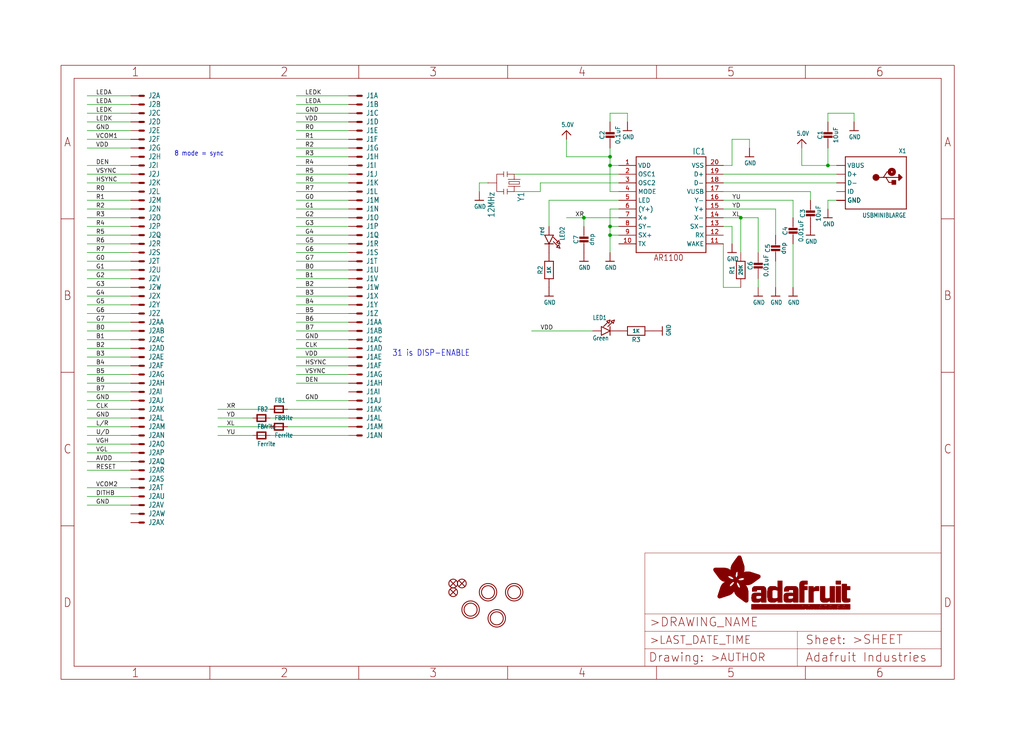
<source format=kicad_sch>
(kicad_sch (version 20211123) (generator eeschema)
  (paper "User" 298.45 217.881)
  (lib_symbols
    (symbol "eagleSchem-eagle-import:5.0V" (power)
      (property "Value" "5.0V" (at -1.524 1.016 0))
      (symbol "5.0V_1_0"
        (pin power_in line (at 0 -2.54 90) (length 2.54) (name "5.0V") (number "1"))
      )
    )
    (symbol "eagleSchem-eagle-import:AR1100_SSOP"
      (property "Reference" "IC" (at 10.16 15.24 0))
      (symbol "AR1100_SSOP_1_0"
        (text "AR1100" (at -5.08 -17.78 0) (effects (font (size 1.778 1.5113)) (justify left bottom)))
        (pin power_in line (at -15.24 10.16 0) (length 5.08) (name "VDD") (number "1"))
        (pin output line (at -15.24 -12.7 0) (length 5.08) (name "TX") (number "10"))
        (pin input line (at 15.24 -12.7 180) (length 5.08) (name "WAKE") (number "11"))
        (pin input line (at 15.24 -10.16 180) (length 5.08) (name "RX") (number "12"))
        (pin bidirectional line (at 15.24 -7.62 180) (length 5.08) (name "SX-") (number "13"))
        (pin bidirectional line (at 15.24 -5.08 180) (length 5.08) (name "X-") (number "14"))
        (pin bidirectional line (at 15.24 -2.54 180) (length 5.08) (name "Y+") (number "15"))
        (pin bidirectional line (at 15.24 0 180) (length 5.08) (name "Y-") (number "16"))
        (pin power_in line (at 15.24 2.54 180) (length 5.08) (name "VUSB") (number "17"))
        (pin bidirectional line (at 15.24 5.08 180) (length 5.08) (name "D-") (number "18"))
        (pin bidirectional line (at 15.24 7.62 180) (length 5.08) (name "D+") (number "19"))
        (pin passive line (at -15.24 7.62 0) (length 5.08) (name "OSC1") (number "2"))
        (pin power_in line (at 15.24 10.16 180) (length 5.08) (name "VSS") (number "20"))
        (pin passive line (at -15.24 5.08 0) (length 5.08) (name "OSC2") (number "3"))
        (pin input line (at -15.24 2.54 0) (length 5.08) (name "MODE") (number "4"))
        (pin output line (at -15.24 0 0) (length 5.08) (name "LED") (number "5"))
        (pin bidirectional line (at -15.24 -2.54 0) (length 5.08) (name "(Y+)") (number "6"))
        (pin bidirectional line (at -15.24 -5.08 0) (length 5.08) (name "X+") (number "7"))
        (pin bidirectional line (at -15.24 -7.62 0) (length 5.08) (name "SY-") (number "8"))
        (pin bidirectional line (at -15.24 -10.16 0) (length 5.08) (name "SX+") (number "9"))
      )
    )
    (symbol "eagleSchem-eagle-import:CAP_CERAMIC_0805MP"
      (property "Reference" "C" (at -2.29 1.25 90))
      (property "Value" "CAP_CERAMIC_0805MP" (at 2.3 1.25 90))
      (symbol "CAP_CERAMIC_0805MP_1_0"
        (pin passive line (at 0 5.08 270) (length 2.54) (name "1") (number "1"))
        (pin passive line (at 0 -2.54 90) (length 2.54) (name "2") (number "2"))
      )
    )
    (symbol "eagleSchem-eagle-import:FERRITE_0805"
      (property "Reference" "FB" (at -1.27 1.905 0))
      (property "Value" "FERRITE_0805" (at -1.27 -3.175 0))
      (symbol "FERRITE_0805_1_0"
        (pin passive line (at -2.54 0 0) (length 2.54) (name "P$1") (number "1"))
        (pin passive line (at 2.54 0 180) (length 2.54) (name "P$2") (number "2"))
      )
    )
    (symbol "eagleSchem-eagle-import:FIDUCIAL{dblquote}{dblquote}")
    (symbol "eagleSchem-eagle-import:FRAME_A4_ADAFRUIT"
      (symbol "FRAME_A4_ADAFRUIT_1_0"
        (text "1" (at 21.6958 1.905 0) (effects (font (size 2.54 2.286))))
        (text "1" (at 21.6958 177.165 0) (effects (font (size 2.54 2.286))))
        (text "2" (at 65.0875 1.905 0) (effects (font (size 2.54 2.286))))
        (text "2" (at 65.0875 177.165 0) (effects (font (size 2.54 2.286))))
        (text "3" (at 108.4792 1.905 0) (effects (font (size 2.54 2.286))))
        (text "3" (at 108.4792 177.165 0) (effects (font (size 2.54 2.286))))
        (text "4" (at 151.8708 1.905 0) (effects (font (size 2.54 2.286))))
        (text "4" (at 151.8708 177.165 0) (effects (font (size 2.54 2.286))))
        (text "5" (at 195.2625 1.905 0) (effects (font (size 2.54 2.286))))
        (text "5" (at 195.2625 177.165 0) (effects (font (size 2.54 2.286))))
        (text "6" (at 238.6542 1.905 0) (effects (font (size 2.54 2.286))))
        (text "6" (at 238.6542 177.165 0) (effects (font (size 2.54 2.286))))
        (text ">AUTHOR" (at 189.23 5.08 0) (effects (font (size 2.286 2.286)) (justify left bottom)))
        (text ">DRAWING_NAME" (at 171.45 15.24 0) (effects (font (size 2.54 2.54)) (justify left bottom)))
        (text ">LAST_DATE_TIME" (at 171.45 10.16 0) (effects (font (size 2.286 2.286)) (justify left bottom)))
        (text ">SHEET" (at 230.505 10.16 0) (effects (font (size 2.54 2.54)) (justify left bottom)))
        (text "A" (at 1.905 156.6863 0) (effects (font (size 2.54 2.286))))
        (text "A" (at 258.445 156.6863 0) (effects (font (size 2.54 2.286))))
        (text "Adafruit Industries" (at 216.916 4.953 0) (effects (font (size 2.54 2.54)) (justify left bottom)))
        (text "B" (at 1.905 111.9188 0) (effects (font (size 2.54 2.286))))
        (text "B" (at 258.445 111.9188 0) (effects (font (size 2.54 2.286))))
        (text "C" (at 1.905 67.1513 0) (effects (font (size 2.54 2.286))))
        (text "C" (at 258.445 67.1513 0) (effects (font (size 2.54 2.286))))
        (text "D" (at 1.905 22.3838 0) (effects (font (size 2.54 2.286))))
        (text "D" (at 258.445 22.3838 0) (effects (font (size 2.54 2.286))))
        (text "Drawing:" (at 171.196 4.953 0) (effects (font (size 2.54 2.54)) (justify left bottom)))
        (text "Sheet:" (at 216.916 10.033 0) (effects (font (size 2.54 2.54)) (justify left bottom)))
      )
    )
    (symbol "eagleSchem-eagle-import:GND" (power)
      (property "Value" "GND" (at -1.524 -2.54 0))
      (symbol "GND_1_0"
        (pin power_in line (at 0 2.54 270) (length 2.54) (name "GND") (number "1"))
      )
    )
    (symbol "eagleSchem-eagle-import:LED0805_NOOUTLINE"
      (property "Reference" "LED" (at -5.08 3.175 0))
      (property "Value" "LED0805_NOOUTLINE" (at -5.08 -2.794 0))
      (symbol "LED0805_NOOUTLINE_1_0"
        (pin passive line (at -5.08 0 0) (length 2.54) (name "A") (number "A"))
        (pin passive line (at 2.54 0 180) (length 2.54) (name "C") (number "C"))
      )
    )
    (symbol "eagleSchem-eagle-import:MOUNTINGHOLE2.5")
    (symbol "eagleSchem-eagle-import:RESISTOR_0805MP"
      (property "Reference" "R" (at 0 2.54 0))
      (property "Value" "RESISTOR_0805MP" (at 0 0 0))
      (symbol "RESISTOR_0805MP_1_0"
        (pin passive line (at -5.08 0 0) (length 2.54) (name "1") (number "1"))
        (pin passive line (at 5.08 0 180) (length 2.54) (name "2") (number "2"))
      )
    )
    (symbol "eagleSchem-eagle-import:RESONATORSMD"
      (property "Reference" "Y" (at 2.54 1.016 0))
      (property "Value" "RESONATORSMD" (at 2.54 -7.62 0))
      (symbol "RESONATORSMD_1_0"
        (pin passive line (at -2.54 0 0) (length 0) (name "1") (number "1"))
        (pin passive line (at 0 -7.62 90) (length 0) (name "2") (number "2"))
        (pin passive line (at 2.54 0 180) (length 0) (name "3") (number "3"))
      )
    )
    (symbol "eagleSchem-eagle-import:USBMINIBLARGE"
      (property "Reference" "X" (at -10.16 8.636 0))
      (property "Value" "USBMINIBLARGE" (at -10.16 -10.16 0))
      (symbol "USBMINIBLARGE_1_0"
        (pin bidirectional line (at 10.16 2.54 180) (length 2.54) (name "D+") (number "D+"))
        (pin bidirectional line (at 10.16 0 180) (length 2.54) (name "D-") (number "D-"))
        (pin power_in line (at 10.16 -5.08 180) (length 2.54) (name "GND") (number "GND"))
        (pin power_in line (at 10.16 -5.08 180) (length 2.54) (name "GND") (number "GND1"))
        (pin power_in line (at 10.16 -5.08 180) (length 2.54) (name "GND") (number "GND2"))
        (pin power_in line (at 10.16 -5.08 180) (length 2.54) (name "GND") (number "GND3"))
        (pin power_in line (at 10.16 -5.08 180) (length 2.54) (name "GND") (number "GND4"))
        (pin bidirectional line (at 10.16 -2.54 180) (length 2.54) (name "ID") (number "ID"))
        (pin power_in line (at 10.16 5.08 180) (length 2.54) (name "VBUS") (number "VBUS"))
      )
    )
    (symbol "eagleSchem-eagle-import:XF2-40?-RARBT"
      (property "Reference" "J" (at 2.54 -0.762 0))
      (symbol "XF2-40?-RARBT_1_0"
        (pin passive line (at -2.54 0 0) (length 2.54) (name "MSV") (number "1"))
      )
      (symbol "XF2-40?-RARBT_2_0"
        (pin passive line (at -2.54 0 0) (length 2.54) (name "MS") (number "2"))
      )
      (symbol "XF2-40?-RARBT_3_0"
        (pin passive line (at -2.54 0 0) (length 2.54) (name "MS") (number "3"))
      )
      (symbol "XF2-40?-RARBT_4_0"
        (pin passive line (at -2.54 0 0) (length 2.54) (name "MS") (number "4"))
      )
      (symbol "XF2-40?-RARBT_5_0"
        (pin passive line (at -2.54 0 0) (length 2.54) (name "MS") (number "5"))
      )
      (symbol "XF2-40?-RARBT_6_0"
        (pin passive line (at -2.54 0 0) (length 2.54) (name "MS") (number "6"))
      )
      (symbol "XF2-40?-RARBT_7_0"
        (pin passive line (at -2.54 0 0) (length 2.54) (name "MS") (number "7"))
      )
      (symbol "XF2-40?-RARBT_8_0"
        (pin passive line (at -2.54 0 0) (length 2.54) (name "MS") (number "8"))
      )
      (symbol "XF2-40?-RARBT_9_0"
        (pin passive line (at -2.54 0 0) (length 2.54) (name "MS") (number "9"))
      )
      (symbol "XF2-40?-RARBT_10_0"
        (pin passive line (at -2.54 0 0) (length 2.54) (name "MS") (number "10"))
      )
      (symbol "XF2-40?-RARBT_11_0"
        (pin passive line (at -2.54 0 0) (length 2.54) (name "MS") (number "11"))
      )
      (symbol "XF2-40?-RARBT_12_0"
        (pin passive line (at -2.54 0 0) (length 2.54) (name "MS") (number "12"))
      )
      (symbol "XF2-40?-RARBT_13_0"
        (pin passive line (at -2.54 0 0) (length 2.54) (name "MS") (number "13"))
      )
      (symbol "XF2-40?-RARBT_14_0"
        (pin passive line (at -2.54 0 0) (length 2.54) (name "MS") (number "14"))
      )
      (symbol "XF2-40?-RARBT_15_0"
        (pin passive line (at -2.54 0 0) (length 2.54) (name "MS") (number "15"))
      )
      (symbol "XF2-40?-RARBT_16_0"
        (pin passive line (at -2.54 0 0) (length 2.54) (name "MS") (number "16"))
      )
      (symbol "XF2-40?-RARBT_17_0"
        (pin passive line (at -2.54 0 0) (length 2.54) (name "MS") (number "17"))
      )
      (symbol "XF2-40?-RARBT_18_0"
        (pin passive line (at -2.54 0 0) (length 2.54) (name "MS") (number "18"))
      )
      (symbol "XF2-40?-RARBT_19_0"
        (pin passive line (at -2.54 0 0) (length 2.54) (name "MS") (number "19"))
      )
      (symbol "XF2-40?-RARBT_20_0"
        (pin passive line (at -2.54 0 0) (length 2.54) (name "MS") (number "20"))
      )
      (symbol "XF2-40?-RARBT_21_0"
        (pin passive line (at -2.54 0 0) (length 2.54) (name "MS") (number "21"))
      )
      (symbol "XF2-40?-RARBT_22_0"
        (pin passive line (at -2.54 0 0) (length 2.54) (name "MS") (number "22"))
      )
      (symbol "XF2-40?-RARBT_23_0"
        (pin passive line (at -2.54 0 0) (length 2.54) (name "MS") (number "23"))
      )
      (symbol "XF2-40?-RARBT_24_0"
        (pin passive line (at -2.54 0 0) (length 2.54) (name "MS") (number "24"))
      )
      (symbol "XF2-40?-RARBT_25_0"
        (pin passive line (at -2.54 0 0) (length 2.54) (name "MS") (number "25"))
      )
      (symbol "XF2-40?-RARBT_26_0"
        (pin passive line (at -2.54 0 0) (length 2.54) (name "MS") (number "26"))
      )
      (symbol "XF2-40?-RARBT_27_0"
        (pin passive line (at -2.54 0 0) (length 2.54) (name "MS") (number "27"))
      )
      (symbol "XF2-40?-RARBT_28_0"
        (pin passive line (at -2.54 0 0) (length 2.54) (name "MS") (number "28"))
      )
      (symbol "XF2-40?-RARBT_29_0"
        (pin passive line (at -2.54 0 0) (length 2.54) (name "MS") (number "29"))
      )
      (symbol "XF2-40?-RARBT_30_0"
        (pin passive line (at -2.54 0 0) (length 2.54) (name "MS") (number "30"))
      )
      (symbol "XF2-40?-RARBT_31_0"
        (pin passive line (at -2.54 0 0) (length 2.54) (name "MS") (number "31"))
      )
      (symbol "XF2-40?-RARBT_32_0"
        (pin passive line (at -2.54 0 0) (length 2.54) (name "MS") (number "32"))
      )
      (symbol "XF2-40?-RARBT_33_0"
        (pin passive line (at -2.54 0 0) (length 2.54) (name "MS") (number "33"))
      )
      (symbol "XF2-40?-RARBT_34_0"
        (pin passive line (at -2.54 0 0) (length 2.54) (name "MS") (number "34"))
      )
      (symbol "XF2-40?-RARBT_35_0"
        (pin passive line (at -2.54 0 0) (length 2.54) (name "MS") (number "35"))
      )
      (symbol "XF2-40?-RARBT_36_0"
        (pin passive line (at -2.54 0 0) (length 2.54) (name "MS") (number "36"))
      )
      (symbol "XF2-40?-RARBT_37_0"
        (pin passive line (at -2.54 0 0) (length 2.54) (name "MS") (number "37"))
      )
      (symbol "XF2-40?-RARBT_38_0"
        (pin passive line (at -2.54 0 0) (length 2.54) (name "MS") (number "38"))
      )
      (symbol "XF2-40?-RARBT_39_0"
        (pin passive line (at -2.54 0 0) (length 2.54) (name "MS") (number "39"))
      )
      (symbol "XF2-40?-RARBT_40_0"
        (pin passive line (at -2.54 0 0) (length 2.54) (name "MS") (number "40"))
      )
    )
    (symbol "eagleSchem-eagle-import:XF2-50?-REV"
      (property "Reference" "J" (at 2.54 -0.762 0))
      (symbol "XF2-50?-REV_1_0"
        (pin passive line (at -2.54 0 0) (length 2.54) (name "MSV") (number "1"))
      )
      (symbol "XF2-50?-REV_2_0"
        (pin passive line (at -2.54 0 0) (length 2.54) (name "MS") (number "2"))
      )
      (symbol "XF2-50?-REV_3_0"
        (pin passive line (at -2.54 0 0) (length 2.54) (name "MS") (number "3"))
      )
      (symbol "XF2-50?-REV_4_0"
        (pin passive line (at -2.54 0 0) (length 2.54) (name "MS") (number "4"))
      )
      (symbol "XF2-50?-REV_5_0"
        (pin passive line (at -2.54 0 0) (length 2.54) (name "MS") (number "5"))
      )
      (symbol "XF2-50?-REV_6_0"
        (pin passive line (at -2.54 0 0) (length 2.54) (name "MS") (number "6"))
      )
      (symbol "XF2-50?-REV_7_0"
        (pin passive line (at -2.54 0 0) (length 2.54) (name "MS") (number "7"))
      )
      (symbol "XF2-50?-REV_8_0"
        (pin passive line (at -2.54 0 0) (length 2.54) (name "MS") (number "8"))
      )
      (symbol "XF2-50?-REV_9_0"
        (pin passive line (at -2.54 0 0) (length 2.54) (name "MS") (number "9"))
      )
      (symbol "XF2-50?-REV_10_0"
        (pin passive line (at -2.54 0 0) (length 2.54) (name "MS") (number "10"))
      )
      (symbol "XF2-50?-REV_11_0"
        (pin passive line (at -2.54 0 0) (length 2.54) (name "MS") (number "11"))
      )
      (symbol "XF2-50?-REV_12_0"
        (pin passive line (at -2.54 0 0) (length 2.54) (name "MS") (number "12"))
      )
      (symbol "XF2-50?-REV_13_0"
        (pin passive line (at -2.54 0 0) (length 2.54) (name "MS") (number "13"))
      )
      (symbol "XF2-50?-REV_14_0"
        (pin passive line (at -2.54 0 0) (length 2.54) (name "MS") (number "14"))
      )
      (symbol "XF2-50?-REV_15_0"
        (pin passive line (at -2.54 0 0) (length 2.54) (name "MS") (number "15"))
      )
      (symbol "XF2-50?-REV_16_0"
        (pin passive line (at -2.54 0 0) (length 2.54) (name "MS") (number "16"))
      )
      (symbol "XF2-50?-REV_17_0"
        (pin passive line (at -2.54 0 0) (length 2.54) (name "MS") (number "17"))
      )
      (symbol "XF2-50?-REV_18_0"
        (pin passive line (at -2.54 0 0) (length 2.54) (name "MS") (number "18"))
      )
      (symbol "XF2-50?-REV_19_0"
        (pin passive line (at -2.54 0 0) (length 2.54) (name "MS") (number "19"))
      )
      (symbol "XF2-50?-REV_20_0"
        (pin passive line (at -2.54 0 0) (length 2.54) (name "MS") (number "20"))
      )
      (symbol "XF2-50?-REV_21_0"
        (pin passive line (at -2.54 0 0) (length 2.54) (name "MS") (number "21"))
      )
      (symbol "XF2-50?-REV_22_0"
        (pin passive line (at -2.54 0 0) (length 2.54) (name "MS") (number "22"))
      )
      (symbol "XF2-50?-REV_23_0"
        (pin passive line (at -2.54 0 0) (length 2.54) (name "MS") (number "23"))
      )
      (symbol "XF2-50?-REV_24_0"
        (pin passive line (at -2.54 0 0) (length 2.54) (name "MS") (number "24"))
      )
      (symbol "XF2-50?-REV_25_0"
        (pin passive line (at -2.54 0 0) (length 2.54) (name "MS") (number "25"))
      )
      (symbol "XF2-50?-REV_26_0"
        (pin passive line (at -2.54 0 0) (length 2.54) (name "MS") (number "26"))
      )
      (symbol "XF2-50?-REV_27_0"
        (pin passive line (at -2.54 0 0) (length 2.54) (name "MS") (number "27"))
      )
      (symbol "XF2-50?-REV_28_0"
        (pin passive line (at -2.54 0 0) (length 2.54) (name "MS") (number "28"))
      )
      (symbol "XF2-50?-REV_29_0"
        (pin passive line (at -2.54 0 0) (length 2.54) (name "MS") (number "29"))
      )
      (symbol "XF2-50?-REV_30_0"
        (pin passive line (at -2.54 0 0) (length 2.54) (name "MS") (number "30"))
      )
      (symbol "XF2-50?-REV_31_0"
        (pin passive line (at -2.54 0 0) (length 2.54) (name "MS") (number "31"))
      )
      (symbol "XF2-50?-REV_32_0"
        (pin passive line (at -2.54 0 0) (length 2.54) (name "MS") (number "32"))
      )
      (symbol "XF2-50?-REV_33_0"
        (pin passive line (at -2.54 0 0) (length 2.54) (name "MS") (number "33"))
      )
      (symbol "XF2-50?-REV_34_0"
        (pin passive line (at -2.54 0 0) (length 2.54) (name "MS") (number "34"))
      )
      (symbol "XF2-50?-REV_35_0"
        (pin passive line (at -2.54 0 0) (length 2.54) (name "MS") (number "35"))
      )
      (symbol "XF2-50?-REV_36_0"
        (pin passive line (at -2.54 0 0) (length 2.54) (name "MS") (number "36"))
      )
      (symbol "XF2-50?-REV_37_0"
        (pin passive line (at -2.54 0 0) (length 2.54) (name "MS") (number "37"))
      )
      (symbol "XF2-50?-REV_38_0"
        (pin passive line (at -2.54 0 0) (length 2.54) (name "MS") (number "38"))
      )
      (symbol "XF2-50?-REV_39_0"
        (pin passive line (at -2.54 0 0) (length 2.54) (name "MS") (number "39"))
      )
      (symbol "XF2-50?-REV_40_0"
        (pin passive line (at -2.54 0 0) (length 2.54) (name "MS") (number "40"))
      )
      (symbol "XF2-50?-REV_41_0"
        (pin passive line (at -2.54 0 0) (length 2.54) (name "MS") (number "41"))
      )
      (symbol "XF2-50?-REV_42_0"
        (pin passive line (at -2.54 0 0) (length 2.54) (name "MS") (number "42"))
      )
      (symbol "XF2-50?-REV_43_0"
        (pin passive line (at -2.54 0 0) (length 2.54) (name "MS") (number "43"))
      )
      (symbol "XF2-50?-REV_44_0"
        (pin passive line (at -2.54 0 0) (length 2.54) (name "MS") (number "44"))
      )
      (symbol "XF2-50?-REV_45_0"
        (pin passive line (at -2.54 0 0) (length 2.54) (name "MS") (number "45"))
      )
      (symbol "XF2-50?-REV_46_0"
        (pin passive line (at -2.54 0 0) (length 2.54) (name "MS") (number "46"))
      )
      (symbol "XF2-50?-REV_47_0"
        (pin passive line (at -2.54 0 0) (length 2.54) (name "MS") (number "47"))
      )
      (symbol "XF2-50?-REV_48_0"
        (pin passive line (at -2.54 0 0) (length 2.54) (name "MS") (number "48"))
      )
      (symbol "XF2-50?-REV_49_0"
        (pin passive line (at -2.54 0 0) (length 2.54) (name "MS") (number "49"))
      )
      (symbol "XF2-50?-REV_50_0"
        (pin passive line (at -2.54 0 0) (length 2.54) (name "MS") (number "50"))
      )
    )
  )
  (junction (at 215.9 63.5))
  (junction (at 170.18 63.5))
  (junction (at 177.8 45.72))
  (junction (at 241.3 48.26))
  (junction (at 177.8 48.26))
  (junction (at 177.8 66.04))
  (junction (at 177.8 68.58))
  (wire (pts (xy 241.3 35.56) (xy 241.3 33.02)))
  (wire (pts (xy 248.92 33.02) (xy 248.92 35.56)))
  (wire (pts (xy 101.6 66.04) (xy 86.36 66.04)))
  (wire (pts (xy 220.98 63.5) (xy 220.98 73.66)))
  (wire (pts (xy 25.4 30.48) (xy 38.1 30.48)))
  (wire (pts (xy 38.1 104.14) (xy 25.4 104.14)))
  (wire (pts (xy 226.06 60.96) (xy 226.06 68.58)))
  (wire (pts (xy 170.18 63.5) (xy 165.1 63.5)))
  (wire (pts (xy 180.34 63.5) (xy 170.18 63.5)))
  (wire (pts (xy 101.6 48.26) (xy 86.36 48.26)))
  (wire (pts (xy 241.3 48.26) (xy 241.3 43.18)))
  (wire (pts (xy 38.1 73.66) (xy 25.4 73.66)))
  (wire (pts (xy 101.6 111.76) (xy 86.36 111.76)))
  (wire (pts (xy 177.8 35.56) (xy 177.8 33.02)))
  (wire (pts (xy 101.6 27.94) (xy 86.36 27.94)))
  (wire (pts (xy 101.6 43.18) (xy 86.36 43.18)))
  (wire (pts (xy 213.36 40.64) (xy 218.44 40.64)))
  (wire (pts (xy 210.82 58.42) (xy 231.14 58.42)))
  (wire (pts (xy 218.44 40.64) (xy 218.44 43.18)))
  (wire (pts (xy 101.6 45.72) (xy 86.36 45.72)))
  (wire (pts (xy 180.34 50.8) (xy 149.86 50.8)))
  (wire (pts (xy 213.36 66.04) (xy 213.36 71.12)))
  (wire (pts (xy 101.6 81.28) (xy 86.36 81.28)))
  (wire (pts (xy 101.6 55.88) (xy 86.36 55.88)))
  (wire (pts (xy 101.6 76.2) (xy 86.36 76.2)))
  (wire (pts (xy 38.1 86.36) (xy 25.4 86.36)))
  (wire (pts (xy 180.34 66.04) (xy 177.8 66.04)))
  (wire (pts (xy 180.34 68.58) (xy 177.8 68.58)))
  (wire (pts (xy 241.3 48.26) (xy 233.68 48.26)))
  (wire (pts (xy 177.8 48.26) (xy 177.8 45.72)))
  (wire (pts (xy 101.6 40.64) (xy 86.36 40.64)))
  (wire (pts (xy 25.4 124.46) (xy 38.1 124.46)))
  (wire (pts (xy 101.6 58.42) (xy 86.36 58.42)))
  (wire (pts (xy 241.3 58.42) (xy 241.3 60.96)))
  (wire (pts (xy 101.6 53.34) (xy 86.36 53.34)))
  (wire (pts (xy 231.14 71.12) (xy 231.14 83.82)))
  (wire (pts (xy 38.1 66.04) (xy 25.4 66.04)))
  (wire (pts (xy 213.36 48.26) (xy 213.36 40.64)))
  (wire (pts (xy 157.48 55.88) (xy 149.86 55.88)))
  (wire (pts (xy 236.22 55.88) (xy 236.22 58.42)))
  (wire (pts (xy 38.1 116.84) (xy 25.4 116.84)))
  (wire (pts (xy 215.9 63.5) (xy 220.98 63.5)))
  (wire (pts (xy 78.74 124.46) (xy 63.5 124.46)))
  (wire (pts (xy 210.82 66.04) (xy 213.36 66.04)))
  (wire (pts (xy 170.18 63.5) (xy 170.18 66.04)))
  (wire (pts (xy 38.1 137.16) (xy 25.4 137.16)))
  (wire (pts (xy 38.1 55.88) (xy 25.4 55.88)))
  (wire (pts (xy 101.6 116.84) (xy 86.36 116.84)))
  (wire (pts (xy 25.4 50.8) (xy 38.1 50.8)))
  (wire (pts (xy 101.6 86.36) (xy 86.36 86.36)))
  (wire (pts (xy 38.1 111.76) (xy 25.4 111.76)))
  (wire (pts (xy 38.1 33.02) (xy 25.4 33.02)))
  (wire (pts (xy 142.24 53.34) (xy 139.7 53.34)))
  (wire (pts (xy 101.6 78.74) (xy 86.36 78.74)))
  (wire (pts (xy 172.72 96.52) (xy 154.94 96.52)))
  (wire (pts (xy 38.1 132.08) (xy 25.4 132.08)))
  (wire (pts (xy 101.6 83.82) (xy 86.36 83.82)))
  (wire (pts (xy 25.4 129.54) (xy 38.1 129.54)))
  (wire (pts (xy 101.6 30.48) (xy 86.36 30.48)))
  (wire (pts (xy 101.6 96.52) (xy 86.36 96.52)))
  (wire (pts (xy 101.6 60.96) (xy 86.36 60.96)))
  (wire (pts (xy 78.74 121.92) (xy 101.6 121.92)))
  (wire (pts (xy 38.1 96.52) (xy 25.4 96.52)))
  (wire (pts (xy 25.4 134.62) (xy 38.1 134.62)))
  (wire (pts (xy 243.84 53.34) (xy 210.82 53.34)))
  (wire (pts (xy 25.4 35.56) (xy 38.1 35.56)))
  (wire (pts (xy 101.6 101.6) (xy 86.36 101.6)))
  (wire (pts (xy 210.82 71.12) (xy 210.82 83.82)))
  (wire (pts (xy 38.1 68.58) (xy 25.4 68.58)))
  (wire (pts (xy 101.6 63.5) (xy 86.36 63.5)))
  (wire (pts (xy 38.1 142.24) (xy 25.4 142.24)))
  (wire (pts (xy 101.6 109.22) (xy 86.36 109.22)))
  (wire (pts (xy 83.82 124.46) (xy 101.6 124.46)))
  (wire (pts (xy 210.82 50.8) (xy 243.84 50.8)))
  (wire (pts (xy 165.1 45.72) (xy 165.1 40.64)))
  (wire (pts (xy 25.4 119.38) (xy 38.1 119.38)))
  (wire (pts (xy 38.1 27.94) (xy 25.4 27.94)))
  (wire (pts (xy 177.8 48.26) (xy 180.34 48.26)))
  (wire (pts (xy 38.1 53.34) (xy 25.4 53.34)))
  (wire (pts (xy 38.1 121.92) (xy 25.4 121.92)))
  (wire (pts (xy 38.1 60.96) (xy 25.4 60.96)))
  (wire (pts (xy 182.88 33.02) (xy 182.88 35.56)))
  (wire (pts (xy 101.6 106.68) (xy 86.36 106.68)))
  (wire (pts (xy 177.8 55.88) (xy 177.8 48.26)))
  (wire (pts (xy 241.3 33.02) (xy 248.92 33.02)))
  (wire (pts (xy 180.34 60.96) (xy 177.8 60.96)))
  (wire (pts (xy 101.6 33.02) (xy 86.36 33.02)))
  (wire (pts (xy 38.1 91.44) (xy 25.4 91.44)))
  (wire (pts (xy 101.6 68.58) (xy 86.36 68.58)))
  (wire (pts (xy 215.9 73.66) (xy 215.9 63.5)))
  (wire (pts (xy 210.82 83.82) (xy 215.9 83.82)))
  (wire (pts (xy 101.6 38.1) (xy 86.36 38.1)))
  (wire (pts (xy 101.6 35.56) (xy 86.36 35.56)))
  (wire (pts (xy 180.34 53.34) (xy 157.48 53.34)))
  (wire (pts (xy 73.66 127) (xy 63.5 127)))
  (wire (pts (xy 38.1 78.74) (xy 25.4 78.74)))
  (wire (pts (xy 38.1 88.9) (xy 25.4 88.9)))
  (wire (pts (xy 243.84 58.42) (xy 241.3 58.42)))
  (wire (pts (xy 25.4 40.64) (xy 38.1 40.64)))
  (wire (pts (xy 38.1 93.98) (xy 25.4 93.98)))
  (wire (pts (xy 180.34 58.42) (xy 160.02 58.42)))
  (wire (pts (xy 226.06 76.2) (xy 226.06 83.82)))
  (wire (pts (xy 38.1 38.1) (xy 25.4 38.1)))
  (wire (pts (xy 101.6 104.14) (xy 86.36 104.14)))
  (wire (pts (xy 38.1 71.12) (xy 25.4 71.12)))
  (wire (pts (xy 78.74 127) (xy 101.6 127)))
  (wire (pts (xy 139.7 53.34) (xy 139.7 55.88)))
  (wire (pts (xy 210.82 63.5) (xy 215.9 63.5)))
  (wire (pts (xy 101.6 99.06) (xy 86.36 99.06)))
  (wire (pts (xy 38.1 83.82) (xy 25.4 83.82)))
  (wire (pts (xy 38.1 106.68) (xy 25.4 106.68)))
  (wire (pts (xy 38.1 127) (xy 25.4 127)))
  (wire (pts (xy 231.14 58.42) (xy 231.14 63.5)))
  (wire (pts (xy 38.1 48.26) (xy 25.4 48.26)))
  (wire (pts (xy 25.4 144.78) (xy 38.1 144.78)))
  (wire (pts (xy 101.6 71.12) (xy 86.36 71.12)))
  (wire (pts (xy 38.1 63.5) (xy 25.4 63.5)))
  (wire (pts (xy 101.6 73.66) (xy 86.36 73.66)))
  (wire (pts (xy 38.1 101.6) (xy 25.4 101.6)))
  (wire (pts (xy 220.98 81.28) (xy 220.98 83.82)))
  (wire (pts (xy 233.68 48.26) (xy 233.68 43.18)))
  (wire (pts (xy 177.8 45.72) (xy 177.8 43.18)))
  (wire (pts (xy 180.34 55.88) (xy 177.8 55.88)))
  (wire (pts (xy 38.1 43.18) (xy 25.4 43.18)))
  (wire (pts (xy 38.1 114.3) (xy 25.4 114.3)))
  (wire (pts (xy 38.1 109.22) (xy 25.4 109.22)))
  (wire (pts (xy 38.1 58.42) (xy 25.4 58.42)))
  (wire (pts (xy 101.6 93.98) (xy 86.36 93.98)))
  (wire (pts (xy 157.48 53.34) (xy 157.48 55.88)))
  (wire (pts (xy 210.82 48.26) (xy 213.36 48.26)))
  (wire (pts (xy 210.82 55.88) (xy 236.22 55.88)))
  (wire (pts (xy 210.82 60.96) (xy 226.06 60.96)))
  (wire (pts (xy 101.6 91.44) (xy 86.36 91.44)))
  (wire (pts (xy 38.1 147.32) (xy 25.4 147.32)))
  (wire (pts (xy 101.6 88.9) (xy 86.36 88.9)))
  (wire (pts (xy 73.66 121.92) (xy 63.5 121.92)))
  (wire (pts (xy 38.1 81.28) (xy 25.4 81.28)))
  (wire (pts (xy 78.74 119.38) (xy 63.5 119.38)))
  (wire (pts (xy 177.8 60.96) (xy 177.8 66.04)))
  (wire (pts (xy 38.1 76.2) (xy 25.4 76.2)))
  (wire (pts (xy 38.1 99.06) (xy 25.4 99.06)))
  (wire (pts (xy 160.02 58.42) (xy 160.02 66.04)))
  (wire (pts (xy 177.8 68.58) (xy 177.8 73.66)))
  (wire (pts (xy 243.84 48.26) (xy 241.3 48.26)))
  (wire (pts (xy 101.6 50.8) (xy 86.36 50.8)))
  (wire (pts (xy 177.8 45.72) (xy 165.1 45.72)))
  (wire (pts (xy 177.8 66.04) (xy 177.8 68.58)))
  (wire (pts (xy 101.6 119.38) (xy 83.82 119.38)))
  (wire (pts (xy 177.8 33.02) (xy 182.88 33.02)))
  (text "8 mode = sync" (at 50.8 45.72 180) (effects (font (size 1.4224 1.209)) (justify left bottom)))
  (text "31 is DISP-ENABLE" (at 114.3 104.14 180) (effects (font (size 1.778 1.5113)) (justify left bottom)))
  (label "VCOM1" (at 27.94 40.64 0) (effects (font (size 1.2446 1.2446))))
  (label "G2" (at 88.9 63.5 0) (effects (font (size 1.2446 1.2446))))
  (label "R2" (at 88.9 43.18 0) (effects (font (size 1.2446 1.2446))))
  (label "L/R" (at 27.94 124.46 0) (effects (font (size 1.2446 1.2446))))
  (label "R3" (at 88.9 45.72 0) (effects (font (size 1.2446 1.2446))))
  (label "G7" (at 88.9 76.2 0) (effects (font (size 1.2446 1.2446))))
  (label "G5" (at 88.9 71.12 0) (effects (font (size 1.2446 1.2446))))
  (label "LEDK" (at 88.9 27.94 0) (effects (font (size 1.2446 1.2446))))
  (label "G6" (at 27.94 91.44 0) (effects (font (size 1.2446 1.2446))))
  (label "GND" (at 88.9 33.02 0) (effects (font (size 1.2446 1.2446))))
  (label "G5" (at 27.94 88.9 0) (effects (font (size 1.2446 1.2446))))
  (label "XR" (at 66.04 119.38 0) (effects (font (size 1.2446 1.2446))))
  (label "DEN" (at 27.94 48.26 0) (effects (font (size 1.2446 1.2446))))
  (label "YD" (at 66.04 121.92 0) (effects (font (size 1.2446 1.2446))))
  (label "B5" (at 88.9 91.44 0) (effects (font (size 1.2446 1.2446))))
  (label "R1" (at 88.9 40.64 0) (effects (font (size 1.2446 1.2446))))
  (label "B2" (at 88.9 83.82 0) (effects (font (size 1.2446 1.2446))))
  (label "R6" (at 27.94 71.12 0) (effects (font (size 1.2446 1.2446))))
  (label "G1" (at 88.9 60.96 0) (effects (font (size 1.2446 1.2446))))
  (label "LEDA" (at 88.9 30.48 0) (effects (font (size 1.2446 1.2446))))
  (label "GND" (at 88.9 116.84 0) (effects (font (size 1.2446 1.2446))))
  (label "LEDA" (at 27.94 30.48 0) (effects (font (size 1.2446 1.2446))))
  (label "VGH" (at 27.94 129.54 0) (effects (font (size 1.2446 1.2446))))
  (label "R5" (at 27.94 68.58 0) (effects (font (size 1.2446 1.2446))))
  (label "VDD" (at 88.9 35.56 0) (effects (font (size 1.2446 1.2446))))
  (label "R6" (at 88.9 53.34 0) (effects (font (size 1.2446 1.2446))))
  (label "HSYNC" (at 88.9 106.68 0) (effects (font (size 1.2446 1.2446))))
  (label "RESET" (at 27.94 137.16 0) (effects (font (size 1.2446 1.2446))))
  (label "VDD" (at 157.48 96.52 0) (effects (font (size 1.2446 1.2446))))
  (label "VDD" (at 27.94 43.18 0) (effects (font (size 1.2446 1.2446))))
  (label "B0" (at 27.94 96.52 0) (effects (font (size 1.2446 1.2446))))
  (label "R2" (at 27.94 60.96 0) (effects (font (size 1.2446 1.2446))))
  (label "YU" (at 66.04 127 0) (effects (font (size 1.2446 1.2446))))
  (label "VSYNC" (at 27.94 50.8 0) (effects (font (size 1.2446 1.2446))))
  (label "B3" (at 27.94 104.14 0) (effects (font (size 1.2446 1.2446))))
  (label "G6" (at 88.9 73.66 0) (effects (font (size 1.2446 1.2446))))
  (label "VGL" (at 27.94 132.08 0) (effects (font (size 1.2446 1.2446))))
  (label "R3" (at 27.94 63.5 0) (effects (font (size 1.2446 1.2446))))
  (label "GND" (at 27.94 116.84 0) (effects (font (size 1.2446 1.2446))))
  (label "R7" (at 27.94 73.66 0) (effects (font (size 1.2446 1.2446))))
  (label "YD" (at 213.36 60.96 0) (effects (font (size 1.2446 1.2446))))
  (label "VCOM2" (at 27.94 142.24 0) (effects (font (size 1.2446 1.2446))))
  (label "B1" (at 88.9 81.28 0) (effects (font (size 1.2446 1.2446))))
  (label "VDD" (at 88.9 104.14 0) (effects (font (size 1.2446 1.2446))))
  (label "U/D" (at 27.94 127 0) (effects (font (size 1.2446 1.2446))))
  (label "CLK" (at 88.9 101.6 0) (effects (font (size 1.2446 1.2446))))
  (label "B6" (at 88.9 93.98 0) (effects (font (size 1.2446 1.2446))))
  (label "R5" (at 88.9 50.8 0) (effects (font (size 1.2446 1.2446))))
  (label "R0" (at 88.9 38.1 0) (effects (font (size 1.2446 1.2446))))
  (label "GND" (at 27.94 147.32 0) (effects (font (size 1.2446 1.2446))))
  (label "GND" (at 27.94 121.92 0) (effects (font (size 1.2446 1.2446))))
  (label "G2" (at 27.94 81.28 0) (effects (font (size 1.2446 1.2446))))
  (label "CLK" (at 27.94 119.38 0) (effects (font (size 1.2446 1.2446))))
  (label "B4" (at 27.94 106.68 0) (effects (font (size 1.2446 1.2446))))
  (label "B3" (at 88.9 86.36 0) (effects (font (size 1.2446 1.2446))))
  (label "B1" (at 27.94 99.06 0) (effects (font (size 1.2446 1.2446))))
  (label "R7" (at 88.9 55.88 0) (effects (font (size 1.2446 1.2446))))
  (label "R1" (at 27.94 58.42 0) (effects (font (size 1.2446 1.2446))))
  (label "G4" (at 27.94 86.36 0) (effects (font (size 1.2446 1.2446))))
  (label "LEDK" (at 27.94 35.56 0) (effects (font (size 1.2446 1.2446))))
  (label "XL" (at 66.04 124.46 0) (effects (font (size 1.2446 1.2446))))
  (label "GND" (at 88.9 99.06 0) (effects (font (size 1.2446 1.2446))))
  (label "XL" (at 213.36 63.5 0) (effects (font (size 1.2446 1.2446))))
  (label "G7" (at 27.94 93.98 0) (effects (font (size 1.2446 1.2446))))
  (label "G3" (at 27.94 83.82 0) (effects (font (size 1.2446 1.2446))))
  (label "B4" (at 88.9 88.9 0) (effects (font (size 1.2446 1.2446))))
  (label "DEN" (at 88.9 111.76 0) (effects (font (size 1.2446 1.2446))))
  (label "DITHB" (at 27.94 144.78 0) (effects (font (size 1.2446 1.2446))))
  (label "GND" (at 27.94 38.1 0) (effects (font (size 1.2446 1.2446))))
  (label "B5" (at 27.94 109.22 0) (effects (font (size 1.2446 1.2446))))
  (label "B0" (at 88.9 78.74 0) (effects (font (size 1.2446 1.2446))))
  (label "XR" (at 167.64 63.5 0) (effects (font (size 1.2446 1.2446))))
  (label "R4" (at 88.9 48.26 0) (effects (font (size 1.2446 1.2446))))
  (label "R0" (at 27.94 55.88 0) (effects (font (size 1.2446 1.2446))))
  (label "G0" (at 27.94 76.2 0) (effects (font (size 1.2446 1.2446))))
  (label "G0" (at 88.9 58.42 0) (effects (font (size 1.2446 1.2446))))
  (label "R4" (at 27.94 66.04 0) (effects (font (size 1.2446 1.2446))))
  (label "G4" (at 88.9 68.58 0) (effects (font (size 1.2446 1.2446))))
  (label "HSYNC" (at 27.94 53.34 0) (effects (font (size 1.2446 1.2446))))
  (label "G1" (at 27.94 78.74 0) (effects (font (size 1.2446 1.2446))))
  (label "YU" (at 213.36 58.42 0) (effects (font (size 1.2446 1.2446))))
  (label "VSYNC" (at 88.9 109.22 0) (effects (font (size 1.2446 1.2446))))
  (label "G3" (at 88.9 66.04 0) (effects (font (size 1.2446 1.2446))))
  (label "AVDD" (at 27.94 134.62 0) (effects (font (size 1.2446 1.2446))))
  (label "B6" (at 27.94 111.76 0) (effects (font (size 1.2446 1.2446))))
  (label "B2" (at 27.94 101.6 0) (effects (font (size 1.2446 1.2446))))
  (label "B7" (at 27.94 114.3 0) (effects (font (size 1.2446 1.2446))))
  (label "LEDK" (at 27.94 33.02 0) (effects (font (size 1.2446 1.2446))))
  (label "LEDA" (at 27.94 27.94 0) (effects (font (size 1.2446 1.2446))))
  (label "B7" (at 88.9 96.52 0) (effects (font (size 1.2446 1.2446))))
  (symbol (lib_id "eagleSchem-eagle-import:XF2-50?-REV") (at 40.64 86.36 0) (unit 24)
    (property "Reference" "J2" (at 43.18 87.122 0) (effects (font (size 1.524 1.2954)) (justify left bottom)))
    (property "Value" "XF2-50?-REV" (effects hide))
    (property "Footprint" "eagleSchem:5-1734839-0-REV" (effects hide))
  )
  (symbol (lib_id "eagleSchem-eagle-import:XF2-40?-RARBT") (at 104.14 99.06 0) (unit 29)
    (property "Reference" "J1" (at 106.68 99.822 0) (effects (font (size 1.524 1.2954)) (justify left bottom)))
    (property "Value" "XF2-40?-RARBT" (effects hide))
    (property "Footprint" "eagleSchem:4-1734839-0" (effects hide))
  )
  (symbol (lib_id "eagleSchem-eagle-import:XF2-50?-REV") (at 40.64 53.34 0) (unit 11)
    (property "Reference" "J2" (at 43.18 54.102 0) (effects (font (size 1.524 1.2954)) (justify left bottom)))
    (property "Value" "XF2-50?-REV" (effects hide))
    (property "Footprint" "eagleSchem:5-1734839-0-REV" (effects hide))
  )
  (symbol (lib_id "eagleSchem-eagle-import:XF2-50?-REV") (at 40.64 127 0) (unit 40)
    (property "Reference" "J2" (at 43.18 127.762 0) (effects (font (size 1.524 1.2954)) (justify left bottom)))
    (property "Value" "XF2-50?-REV" (effects hide))
    (property "Footprint" "eagleSchem:5-1734839-0-REV" (effects hide))
  )
  (symbol (lib_id "eagleSchem-eagle-import:MOUNTINGHOLE2.5") (at 137.16 177.8 0) (unit 1)
    (property "Reference" "U$11" (effects hide))
    (property "Value" "MOUNTINGHOLE2.5" (effects hide))
    (property "Footprint" "eagleSchem:MOUNTINGHOLE_2.5_PLATED" (effects hide))
  )
  (symbol (lib_id "eagleSchem-eagle-import:XF2-50?-REV") (at 40.64 124.46 0) (unit 39)
    (property "Reference" "J2" (at 43.18 125.222 0) (effects (font (size 1.524 1.2954)) (justify left bottom)))
    (property "Value" "XF2-50?-REV" (effects hide))
    (property "Footprint" "eagleSchem:5-1734839-0-REV" (effects hide))
  )
  (symbol (lib_id "eagleSchem-eagle-import:GND") (at 139.7 58.42 0) (unit 1)
    (property "Reference" "#U$1" (effects hide))
    (property "Value" "GND" (at 138.176 60.96 0) (effects (font (size 1.27 1.0795)) (justify left bottom)))
    (property "Footprint" "eagleSchem:" (effects hide))
  )
  (symbol (lib_id "eagleSchem-eagle-import:XF2-50?-REV") (at 40.64 104.14 0) (unit 31)
    (property "Reference" "J2" (at 43.18 104.902 0) (effects (font (size 1.524 1.2954)) (justify left bottom)))
    (property "Value" "XF2-50?-REV" (effects hide))
    (property "Footprint" "eagleSchem:5-1734839-0-REV" (effects hide))
  )
  (symbol (lib_id "eagleSchem-eagle-import:XF2-50?-REV") (at 40.64 38.1 0) (unit 5)
    (property "Reference" "J2" (at 43.18 38.862 0) (effects (font (size 1.524 1.2954)) (justify left bottom)))
    (property "Value" "XF2-50?-REV" (effects hide))
    (property "Footprint" "eagleSchem:5-1734839-0-REV" (effects hide))
  )
  (symbol (lib_id "eagleSchem-eagle-import:XF2-50?-REV") (at 40.64 132.08 0) (unit 42)
    (property "Reference" "J2" (at 43.18 132.842 0) (effects (font (size 1.524 1.2954)) (justify left bottom)))
    (property "Value" "XF2-50?-REV" (effects hide))
    (property "Footprint" "eagleSchem:5-1734839-0-REV" (effects hide))
  )
  (symbol (lib_id "eagleSchem-eagle-import:GND") (at 226.06 86.36 0) (unit 1)
    (property "Reference" "#U$21" (effects hide))
    (property "Value" "GND" (at 224.536 88.9 0) (effects (font (size 1.27 1.0795)) (justify left bottom)))
    (property "Footprint" "eagleSchem:" (effects hide))
  )
  (symbol (lib_id "eagleSchem-eagle-import:XF2-50?-REV") (at 40.64 68.58 0) (unit 17)
    (property "Reference" "J2" (at 43.18 69.342 0) (effects (font (size 1.524 1.2954)) (justify left bottom)))
    (property "Value" "XF2-50?-REV" (effects hide))
    (property "Footprint" "eagleSchem:5-1734839-0-REV" (effects hide))
  )
  (symbol (lib_id "eagleSchem-eagle-import:CAP_CERAMIC_0805MP") (at 236.22 63.5 0) (unit 1)
    (property "Reference" "C3" (at 233.93 62.25 90))
    (property "Value" "10uF" (at 238.52 62.25 90))
    (property "Footprint" "eagleSchem:_0805MP" (effects hide))
  )
  (symbol (lib_id "eagleSchem-eagle-import:XF2-40?-RARBT") (at 104.14 48.26 0) (unit 9)
    (property "Reference" "J1" (at 106.68 49.022 0) (effects (font (size 1.524 1.2954)) (justify left bottom)))
    (property "Value" "XF2-40?-RARBT" (effects hide))
    (property "Footprint" "eagleSchem:4-1734839-0" (effects hide))
  )
  (symbol (lib_id "eagleSchem-eagle-import:XF2-40?-RARBT") (at 104.14 53.34 0) (unit 11)
    (property "Reference" "J1" (at 106.68 54.102 0) (effects (font (size 1.524 1.2954)) (justify left bottom)))
    (property "Value" "XF2-40?-RARBT" (effects hide))
    (property "Footprint" "eagleSchem:4-1734839-0" (effects hide))
  )
  (symbol (lib_id "eagleSchem-eagle-import:XF2-50?-REV") (at 40.64 109.22 0) (unit 33)
    (property "Reference" "J2" (at 43.18 109.982 0) (effects (font (size 1.524 1.2954)) (justify left bottom)))
    (property "Value" "XF2-50?-REV" (effects hide))
    (property "Footprint" "eagleSchem:5-1734839-0-REV" (effects hide))
  )
  (symbol (lib_id "eagleSchem-eagle-import:LED0805_NOOUTLINE") (at 177.8 96.52 0) (unit 1)
    (property "Reference" "LED1" (at 172.72 93.345 0) (effects (font (size 1.27 1.0795)) (justify left bottom)))
    (property "Value" "Green" (at 172.72 99.314 0) (effects (font (size 1.27 1.0795)) (justify left bottom)))
    (property "Footprint" "eagleSchem:CHIPLED_0805_NOOUTLINE" (effects hide))
  )
  (symbol (lib_id "eagleSchem-eagle-import:GND") (at 177.8 76.2 0) (unit 1)
    (property "Reference" "#U$3" (effects hide))
    (property "Value" "GND" (at 176.276 78.74 0) (effects (font (size 1.27 1.0795)) (justify left bottom)))
    (property "Footprint" "eagleSchem:" (effects hide))
  )
  (symbol (lib_id "eagleSchem-eagle-import:XF2-50?-REV") (at 40.64 99.06 0) (unit 29)
    (property "Reference" "J2" (at 43.18 99.822 0) (effects (font (size 1.524 1.2954)) (justify left bottom)))
    (property "Value" "XF2-50?-REV" (effects hide))
    (property "Footprint" "eagleSchem:5-1734839-0-REV" (effects hide))
  )
  (symbol (lib_id "eagleSchem-eagle-import:5.0V") (at 165.1 38.1 0) (unit 1)
    (property "Reference" "#U$13" (effects hide))
    (property "Value" "5.0V" (at 163.576 37.084 0) (effects (font (size 1.27 1.0795)) (justify left bottom)))
    (property "Footprint" "eagleSchem:" (effects hide))
  )
  (symbol (lib_id "eagleSchem-eagle-import:XF2-40?-RARBT") (at 104.14 60.96 0) (unit 14)
    (property "Reference" "J1" (at 106.68 61.722 0) (effects (font (size 1.524 1.2954)) (justify left bottom)))
    (property "Value" "XF2-40?-RARBT" (effects hide))
    (property "Footprint" "eagleSchem:4-1734839-0" (effects hide))
  )
  (symbol (lib_id "eagleSchem-eagle-import:XF2-40?-RARBT") (at 104.14 124.46 0) (unit 39)
    (property "Reference" "J1" (at 106.68 125.222 0) (effects (font (size 1.524 1.2954)) (justify left bottom)))
    (property "Value" "XF2-40?-RARBT" (effects hide))
    (property "Footprint" "eagleSchem:4-1734839-0" (effects hide))
  )
  (symbol (lib_id "eagleSchem-eagle-import:XF2-50?-REV") (at 40.64 88.9 0) (unit 25)
    (property "Reference" "J2" (at 43.18 89.662 0) (effects (font (size 1.524 1.2954)) (justify left bottom)))
    (property "Value" "XF2-50?-REV" (effects hide))
    (property "Footprint" "eagleSchem:5-1734839-0-REV" (effects hide))
  )
  (symbol (lib_id "eagleSchem-eagle-import:XF2-50?-REV") (at 40.64 27.94 0) (unit 1)
    (property "Reference" "J2" (at 43.18 28.702 0) (effects (font (size 1.524 1.2954)) (justify left bottom)))
    (property "Value" "XF2-50?-REV" (effects hide))
    (property "Footprint" "eagleSchem:5-1734839-0-REV" (effects hide))
  )
  (symbol (lib_id "eagleSchem-eagle-import:XF2-50?-REV") (at 40.64 60.96 0) (unit 14)
    (property "Reference" "J2" (at 43.18 61.722 0) (effects (font (size 1.524 1.2954)) (justify left bottom)))
    (property "Value" "XF2-50?-REV" (effects hide))
    (property "Footprint" "eagleSchem:5-1734839-0-REV" (effects hide))
  )
  (symbol (lib_id "eagleSchem-eagle-import:XF2-50?-REV") (at 40.64 116.84 0) (unit 36)
    (property "Reference" "J2" (at 43.18 117.602 0) (effects (font (size 1.524 1.2954)) (justify left bottom)))
    (property "Value" "XF2-50?-REV" (effects hide))
    (property "Footprint" "eagleSchem:5-1734839-0-REV" (effects hide))
  )
  (symbol (lib_id "eagleSchem-eagle-import:XF2-40?-RARBT") (at 104.14 91.44 0) (unit 26)
    (property "Reference" "J1" (at 106.68 92.202 0) (effects (font (size 1.524 1.2954)) (justify left bottom)))
    (property "Value" "XF2-40?-RARBT" (effects hide))
    (property "Footprint" "eagleSchem:4-1734839-0" (effects hide))
  )
  (symbol (lib_id "eagleSchem-eagle-import:XF2-40?-RARBT") (at 104.14 73.66 0) (unit 19)
    (property "Reference" "J1" (at 106.68 74.422 0) (effects (font (size 1.524 1.2954)) (justify left bottom)))
    (property "Value" "XF2-40?-RARBT" (effects hide))
    (property "Footprint" "eagleSchem:4-1734839-0" (effects hide))
  )
  (symbol (lib_id "eagleSchem-eagle-import:XF2-40?-RARBT") (at 104.14 33.02 0) (unit 3)
    (property "Reference" "J1" (at 106.68 33.782 0) (effects (font (size 1.524 1.2954)) (justify left bottom)))
    (property "Value" "XF2-40?-RARBT" (effects hide))
    (property "Footprint" "eagleSchem:4-1734839-0" (effects hide))
  )
  (symbol (lib_id "eagleSchem-eagle-import:XF2-40?-RARBT") (at 104.14 68.58 0) (unit 17)
    (property "Reference" "J1" (at 106.68 69.342 0) (effects (font (size 1.524 1.2954)) (justify left bottom)))
    (property "Value" "XF2-40?-RARBT" (effects hide))
    (property "Footprint" "eagleSchem:4-1734839-0" (effects hide))
  )
  (symbol (lib_id "eagleSchem-eagle-import:FERRITE_0805") (at 81.28 124.46 0) (unit 1)
    (property "Reference" "FB3" (at 80.01 122.555 0) (effects (font (size 1.27 1.0795)) (justify left bottom)))
    (property "Value" "Ferrite" (at 80.01 127.635 0) (effects (font (size 1.27 1.0795)) (justify left bottom)))
    (property "Footprint" "eagleSchem:_0805" (effects hide))
  )
  (symbol (lib_id "eagleSchem-eagle-import:XF2-40?-RARBT") (at 104.14 78.74 0) (unit 21)
    (property "Reference" "J1" (at 106.68 79.502 0) (effects (font (size 1.524 1.2954)) (justify left bottom)))
    (property "Value" "XF2-40?-RARBT" (effects hide))
    (property "Footprint" "eagleSchem:4-1734839-0" (effects hide))
  )
  (symbol (lib_id "eagleSchem-eagle-import:XF2-50?-REV") (at 40.64 66.04 0) (unit 16)
    (property "Reference" "J2" (at 43.18 66.802 0) (effects (font (size 1.524 1.2954)) (justify left bottom)))
    (property "Value" "XF2-50?-REV" (effects hide))
    (property "Footprint" "eagleSchem:5-1734839-0-REV" (effects hide))
  )
  (symbol (lib_id "eagleSchem-eagle-import:XF2-50?-REV") (at 40.64 134.62 0) (unit 43)
    (property "Reference" "J2" (at 43.18 135.382 0) (effects (font (size 1.524 1.2954)) (justify left bottom)))
    (property "Value" "XF2-50?-REV" (effects hide))
    (property "Footprint" "eagleSchem:5-1734839-0-REV" (effects hide))
  )
  (symbol (lib_id "eagleSchem-eagle-import:XF2-40?-RARBT") (at 104.14 63.5 0) (unit 15)
    (property "Reference" "J1" (at 106.68 64.262 0) (effects (font (size 1.524 1.2954)) (justify left bottom)))
    (property "Value" "XF2-40?-RARBT" (effects hide))
    (property "Footprint" "eagleSchem:4-1734839-0" (effects hide))
  )
  (symbol (lib_id "eagleSchem-eagle-import:XF2-50?-REV") (at 40.64 50.8 0) (unit 10)
    (property "Reference" "J2" (at 43.18 51.562 0) (effects (font (size 1.524 1.2954)) (justify left bottom)))
    (property "Value" "XF2-50?-REV" (effects hide))
    (property "Footprint" "eagleSchem:5-1734839-0-REV" (effects hide))
  )
  (symbol (lib_id "eagleSchem-eagle-import:XF2-50?-REV") (at 40.64 152.4 0) (unit 50)
    (property "Reference" "J2" (at 43.18 153.162 0) (effects (font (size 1.524 1.2954)) (justify left bottom)))
    (property "Value" "XF2-50?-REV" (effects hide))
    (property "Footprint" "eagleSchem:5-1734839-0-REV" (effects hide))
  )
  (symbol (lib_id "eagleSchem-eagle-import:XF2-50?-REV") (at 40.64 83.82 0) (unit 23)
    (property "Reference" "J2" (at 43.18 84.582 0) (effects (font (size 1.524 1.2954)) (justify left bottom)))
    (property "Value" "XF2-50?-REV" (effects hide))
    (property "Footprint" "eagleSchem:5-1734839-0-REV" (effects hide))
  )
  (symbol (lib_id "eagleSchem-eagle-import:XF2-40?-RARBT") (at 104.14 81.28 0) (unit 22)
    (property "Reference" "J1" (at 106.68 82.042 0) (effects (font (size 1.524 1.2954)) (justify left bottom)))
    (property "Value" "XF2-40?-RARBT" (effects hide))
    (property "Footprint" "eagleSchem:4-1734839-0" (effects hide))
  )
  (symbol (lib_id "eagleSchem-eagle-import:XF2-40?-RARBT") (at 104.14 76.2 0) (unit 20)
    (property "Reference" "J1" (at 106.68 76.962 0) (effects (font (size 1.524 1.2954)) (justify left bottom)))
    (property "Value" "XF2-40?-RARBT" (effects hide))
    (property "Footprint" "eagleSchem:4-1734839-0" (effects hide))
  )
  (symbol (lib_id "eagleSchem-eagle-import:XF2-50?-REV") (at 40.64 119.38 0) (unit 37)
    (property "Reference" "J2" (at 43.18 120.142 0) (effects (font (size 1.524 1.2954)) (justify left bottom)))
    (property "Value" "XF2-50?-REV" (effects hide))
    (property "Footprint" "eagleSchem:5-1734839-0-REV" (effects hide))
  )
  (symbol (lib_id "eagleSchem-eagle-import:XF2-50?-REV") (at 40.64 111.76 0) (unit 34)
    (property "Reference" "J2" (at 43.18 112.522 0) (effects (font (size 1.524 1.2954)) (justify left bottom)))
    (property "Value" "XF2-50?-REV" (effects hide))
    (property "Footprint" "eagleSchem:5-1734839-0-REV" (effects hide))
  )
  (symbol (lib_id "eagleSchem-eagle-import:LED0805_NOOUTLINE") (at 160.02 71.12 270) (unit 1)
    (property "Reference" "LED2" (at 163.195 66.04 0) (effects (font (size 1.27 1.0795)) (justify left bottom)))
    (property "Value" "red" (at 157.226 66.04 0) (effects (font (size 1.27 1.0795)) (justify left bottom)))
    (property "Footprint" "eagleSchem:CHIPLED_0805_NOOUTLINE" (effects hide))
  )
  (symbol (lib_id "eagleSchem-eagle-import:XF2-50?-REV") (at 40.64 137.16 0) (unit 44)
    (property "Reference" "J2" (at 43.18 137.922 0) (effects (font (size 1.524 1.2954)) (justify left bottom)))
    (property "Value" "XF2-50?-REV" (effects hide))
    (property "Footprint" "eagleSchem:5-1734839-0-REV" (effects hide))
  )
  (symbol (lib_id "eagleSchem-eagle-import:XF2-40?-RARBT") (at 104.14 96.52 0) (unit 28)
    (property "Reference" "J1" (at 106.68 97.282 0) (effects (font (size 1.524 1.2954)) (justify left bottom)))
    (property "Value" "XF2-40?-RARBT" (effects hide))
    (property "Footprint" "eagleSchem:4-1734839-0" (effects hide))
  )
  (symbol (lib_id "eagleSchem-eagle-import:CAP_CERAMIC_0805MP") (at 170.18 71.12 0) (unit 1)
    (property "Reference" "C7" (at 167.89 69.87 90))
    (property "Value" "dnp" (at 172.48 69.87 90))
    (property "Footprint" "eagleSchem:_0805MP" (effects hide))
  )
  (symbol (lib_id "eagleSchem-eagle-import:XF2-50?-REV") (at 40.64 81.28 0) (unit 22)
    (property "Reference" "J2" (at 43.18 82.042 0) (effects (font (size 1.524 1.2954)) (justify left bottom)))
    (property "Value" "XF2-50?-REV" (effects hide))
    (property "Footprint" "eagleSchem:5-1734839-0-REV" (effects hide))
  )
  (symbol (lib_id "eagleSchem-eagle-import:XF2-40?-RARBT") (at 104.14 50.8 0) (unit 10)
    (property "Reference" "J1" (at 106.68 51.562 0) (effects (font (size 1.524 1.2954)) (justify left bottom)))
    (property "Value" "XF2-40?-RARBT" (effects hide))
    (property "Footprint" "eagleSchem:4-1734839-0" (effects hide))
  )
  (symbol (lib_id "eagleSchem-eagle-import:XF2-50?-REV") (at 40.64 45.72 0) (unit 8)
    (property "Reference" "J2" (at 43.18 46.482 0) (effects (font (size 1.524 1.2954)) (justify left bottom)))
    (property "Value" "XF2-50?-REV" (effects hide))
    (property "Footprint" "eagleSchem:5-1734839-0-REV" (effects hide))
  )
  (symbol (lib_id "eagleSchem-eagle-import:XF2-40?-RARBT") (at 104.14 30.48 0) (unit 2)
    (property "Reference" "J1" (at 106.68 31.242 0) (effects (font (size 1.524 1.2954)) (justify left bottom)))
    (property "Value" "XF2-40?-RARBT" (effects hide))
    (property "Footprint" "eagleSchem:4-1734839-0" (effects hide))
  )
  (symbol (lib_id "eagleSchem-eagle-import:XF2-40?-RARBT") (at 104.14 55.88 0) (unit 12)
    (property "Reference" "J1" (at 106.68 56.642 0) (effects (font (size 1.524 1.2954)) (justify left bottom)))
    (property "Value" "XF2-40?-RARBT" (effects hide))
    (property "Footprint" "eagleSchem:4-1734839-0" (effects hide))
  )
  (symbol (lib_id "eagleSchem-eagle-import:FERRITE_0805") (at 81.28 119.38 0) (unit 1)
    (property "Reference" "FB1" (at 80.01 117.475 0) (effects (font (size 1.27 1.0795)) (justify left bottom)))
    (property "Value" "Ferrite" (at 80.01 122.555 0) (effects (font (size 1.27 1.0795)) (justify left bottom)))
    (property "Footprint" "eagleSchem:_0805" (effects hide))
  )
  (symbol (lib_id "eagleSchem-eagle-import:XF2-40?-RARBT") (at 104.14 93.98 0) (unit 27)
    (property "Reference" "J1" (at 106.68 94.742 0) (effects (font (size 1.524 1.2954)) (justify left bottom)))
    (property "Value" "XF2-40?-RARBT" (effects hide))
    (property "Footprint" "eagleSchem:4-1734839-0" (effects hide))
  )
  (symbol (lib_id "eagleSchem-eagle-import:FERRITE_0805") (at 76.2 121.92 0) (unit 1)
    (property "Reference" "FB2" (at 74.93 120.015 0) (effects (font (size 1.27 1.0795)) (justify left bottom)))
    (property "Value" "Ferrite" (at 74.93 125.095 0) (effects (font (size 1.27 1.0795)) (justify left bottom)))
    (property "Footprint" "eagleSchem:_0805" (effects hide))
  )
  (symbol (lib_id "eagleSchem-eagle-import:XF2-50?-REV") (at 40.64 129.54 0) (unit 41)
    (property "Reference" "J2" (at 43.18 130.302 0) (effects (font (size 1.524 1.2954)) (justify left bottom)))
    (property "Value" "XF2-50?-REV" (effects hide))
    (property "Footprint" "eagleSchem:5-1734839-0-REV" (effects hide))
  )
  (symbol (lib_id "eagleSchem-eagle-import:GND") (at 236.22 68.58 0) (unit 1)
    (property "Reference" "#U$8" (effects hide))
    (property "Value" "GND" (at 234.696 71.12 0) (effects (font (size 1.27 1.0795)) (justify left bottom)))
    (property "Footprint" "eagleSchem:" (effects hide))
  )
  (symbol (lib_id "eagleSchem-eagle-import:FIDUCIAL{dblquote}{dblquote}") (at 134.62 170.18 0) (unit 1)
    (property "Reference" "FID2" (effects hide))
    (property "Value" "FIDUCIAL{dblquote}{dblquote}" (effects hide))
    (property "Footprint" "eagleSchem:FIDUCIAL_1MM" (effects hide))
  )
  (symbol (lib_id "eagleSchem-eagle-import:XF2-50?-REV") (at 40.64 114.3 0) (unit 35)
    (property "Reference" "J2" (at 43.18 115.062 0) (effects (font (size 1.524 1.2954)) (justify left bottom)))
    (property "Value" "XF2-50?-REV" (effects hide))
    (property "Footprint" "eagleSchem:5-1734839-0-REV" (effects hide))
  )
  (symbol (lib_id "eagleSchem-eagle-import:CAP_CERAMIC_0805MP") (at 220.98 78.74 0) (unit 1)
    (property "Reference" "C6" (at 218.69 77.49 90))
    (property "Value" "0.01uF" (at 223.28 77.49 90))
    (property "Footprint" "eagleSchem:_0805MP" (effects hide))
  )
  (symbol (lib_id "eagleSchem-eagle-import:GND") (at 160.02 86.36 0) (unit 1)
    (property "Reference" "#U$5" (effects hide))
    (property "Value" "GND" (at 158.496 88.9 0) (effects (font (size 1.27 1.0795)) (justify left bottom)))
    (property "Footprint" "eagleSchem:" (effects hide))
  )
  (symbol (lib_id "eagleSchem-eagle-import:XF2-50?-REV") (at 40.64 142.24 0) (unit 46)
    (property "Reference" "J2" (at 43.18 143.002 0) (effects (font (size 1.524 1.2954)) (justify left bottom)))
    (property "Value" "XF2-50?-REV" (effects hide))
    (property "Footprint" "eagleSchem:5-1734839-0-REV" (effects hide))
  )
  (symbol (lib_id "eagleSchem-eagle-import:XF2-50?-REV") (at 40.64 147.32 0) (unit 48)
    (property "Reference" "J2" (at 43.18 148.082 0) (effects (font (size 1.524 1.2954)) (justify left bottom)))
    (property "Value" "XF2-50?-REV" (effects hide))
    (property "Footprint" "eagleSchem:5-1734839-0-REV" (effects hide))
  )
  (symbol (lib_id "eagleSchem-eagle-import:CAP_CERAMIC_0805MP") (at 177.8 40.64 0) (unit 1)
    (property "Reference" "C2" (at 175.51 39.39 90))
    (property "Value" "0.1uF" (at 180.1 39.39 90))
    (property "Footprint" "eagleSchem:_0805MP" (effects hide))
  )
  (symbol (lib_id "eagleSchem-eagle-import:XF2-50?-REV") (at 40.64 144.78 0) (unit 47)
    (property "Reference" "J2" (at 43.18 145.542 0) (effects (font (size 1.524 1.2954)) (justify left bottom)))
    (property "Value" "XF2-50?-REV" (effects hide))
    (property "Footprint" "eagleSchem:5-1734839-0-REV" (effects hide))
  )
  (symbol (lib_id "eagleSchem-eagle-import:RESISTOR_0805MP") (at 160.02 78.74 90) (unit 1)
    (property "Reference" "R2" (at 157.48 78.74 0))
    (property "Value" "1K" (at 160.02 78.74 0) (effects (font (size 1.016 1.016) bold)))
    (property "Footprint" "eagleSchem:_0805MP" (effects hide))
  )
  (symbol (lib_id "eagleSchem-eagle-import:XF2-50?-REV") (at 40.64 96.52 0) (unit 28)
    (property "Reference" "J2" (at 43.18 97.282 0) (effects (font (size 1.524 1.2954)) (justify left bottom)))
    (property "Value" "XF2-50?-REV" (effects hide))
    (property "Footprint" "eagleSchem:5-1734839-0-REV" (effects hide))
  )
  (symbol (lib_id "eagleSchem-eagle-import:XF2-40?-RARBT") (at 104.14 116.84 0) (unit 36)
    (property "Reference" "J1" (at 106.68 117.602 0) (effects (font (size 1.524 1.2954)) (justify left bottom)))
    (property "Value" "XF2-40?-RARBT" (effects hide))
    (property "Footprint" "eagleSchem:4-1734839-0" (effects hide))
  )
  (symbol (lib_id "eagleSchem-eagle-import:MOUNTINGHOLE2.5") (at 144.78 180.34 0) (unit 1)
    (property "Reference" "U$15" (effects hide))
    (property "Value" "MOUNTINGHOLE2.5" (effects hide))
    (property "Footprint" "eagleSchem:MOUNTINGHOLE_2.5_PLATED" (effects hide))
  )
  (symbol (lib_id "eagleSchem-eagle-import:CAP_CERAMIC_0805MP") (at 241.3 40.64 0) (unit 1)
    (property "Reference" "C1" (at 239.01 39.39 90))
    (property "Value" "10uF" (at 243.6 39.39 90))
    (property "Footprint" "eagleSchem:_0805MP" (effects hide))
  )
  (symbol (lib_id "eagleSchem-eagle-import:CAP_CERAMIC_0805MP") (at 231.14 68.58 0) (unit 1)
    (property "Reference" "C4" (at 228.85 67.33 90))
    (property "Value" "0.01uF" (at 233.44 67.33 90))
    (property "Footprint" "eagleSchem:_0805MP" (effects hide))
  )
  (symbol (lib_id "eagleSchem-eagle-import:XF2-50?-REV") (at 40.64 35.56 0) (unit 4)
    (property "Reference" "J2" (at 43.18 36.322 0) (effects (font (size 1.524 1.2954)) (justify left bottom)))
    (property "Value" "XF2-50?-REV" (effects hide))
    (property "Footprint" "eagleSchem:5-1734839-0-REV" (effects hide))
  )
  (symbol (lib_id "eagleSchem-eagle-import:XF2-50?-REV") (at 40.64 71.12 0) (unit 18)
    (property "Reference" "J2" (at 43.18 71.882 0) (effects (font (size 1.524 1.2954)) (justify left bottom)))
    (property "Value" "XF2-50?-REV" (effects hide))
    (property "Footprint" "eagleSchem:5-1734839-0-REV" (effects hide))
  )
  (symbol (lib_id "eagleSchem-eagle-import:MOUNTINGHOLE2.5") (at 149.86 172.72 0) (unit 1)
    (property "Reference" "U$16" (effects hide))
    (property "Value" "MOUNTINGHOLE2.5" (effects hide))
    (property "Footprint" "eagleSchem:MOUNTINGHOLE_2.5_PLATED" (effects hide))
  )
  (symbol (lib_id "eagleSchem-eagle-import:XF2-40?-RARBT") (at 104.14 119.38 0) (unit 37)
    (property "Reference" "J1" (at 106.68 120.142 0) (effects (font (size 1.524 1.2954)) (justify left bottom)))
    (property "Value" "XF2-40?-RARBT" (effects hide))
    (property "Footprint" "eagleSchem:4-1734839-0" (effects hide))
  )
  (symbol (lib_id "eagleSchem-eagle-import:XF2-50?-REV") (at 40.64 78.74 0) (unit 21)
    (property "Reference" "J2" (at 43.18 79.502 0) (effects (font (size 1.524 1.2954)) (justify left bottom)))
    (property "Value" "XF2-50?-REV" (effects hide))
    (property "Footprint" "eagleSchem:5-1734839-0-REV" (effects hide))
  )
  (symbol (lib_id "eagleSchem-eagle-import:XF2-40?-RARBT") (at 104.14 127 0) (unit 40)
    (property "Reference" "J1" (at 106.68 127.762 0) (effects (font (size 1.524 1.2954)) (justify left bottom)))
    (property "Value" "XF2-40?-RARBT" (effects hide))
    (property "Footprint" "eagleSchem:4-1734839-0" (effects hide))
  )
  (symbol (lib_id "eagleSchem-eagle-import:CAP_CERAMIC_0805MP") (at 226.06 73.66 0) (unit 1)
    (property "Reference" "C5" (at 223.77 72.41 90))
    (property "Value" "dnp" (at 228.36 72.41 90))
    (property "Footprint" "eagleSchem:_0805MP" (effects hide))
  )
  (symbol (lib_id "eagleSchem-eagle-import:GND") (at 193.04 96.52 90) (unit 1)
    (property "Reference" "#U$10" (effects hide))
    (property "Value" "GND" (at 195.58 98.044 0) (effects (font (size 1.27 1.0795)) (justify left bottom)))
    (property "Footprint" "eagleSchem:" (effects hide))
  )
  (symbol (lib_id "eagleSchem-eagle-import:XF2-50?-REV") (at 40.64 30.48 0) (unit 2)
    (property "Reference" "J2" (at 43.18 31.242 0) (effects (font (size 1.524 1.2954)) (justify left bottom)))
    (property "Value" "XF2-50?-REV" (effects hide))
    (property "Footprint" "eagleSchem:5-1734839-0-REV" (effects hide))
  )
  (symbol (lib_id "eagleSchem-eagle-import:GND") (at 231.14 86.36 0) (unit 1)
    (property "Reference" "#U$22" (effects hide))
    (property "Value" "GND" (at 229.616 88.9 0) (effects (font (size 1.27 1.0795)) (justify left bottom)))
    (property "Footprint" "eagleSchem:" (effects hide))
  )
  (symbol (lib_id "eagleSchem-eagle-import:XF2-40?-RARBT") (at 104.14 114.3 0) (unit 35)
    (property "Reference" "J1" (at 106.68 115.062 0) (effects (font (size 1.524 1.2954)) (justify left bottom)))
    (property "Value" "XF2-40?-RARBT" (effects hide))
    (property "Footprint" "eagleSchem:4-1734839-0" (effects hide))
  )
  (symbol (lib_id "eagleSchem-eagle-import:XF2-40?-RARBT") (at 104.14 40.64 0) (unit 6)
    (property "Reference" "J1" (at 106.68 41.402 0) (effects (font (size 1.524 1.2954)) (justify left bottom)))
    (property "Value" "XF2-40?-RARBT" (effects hide))
    (property "Footprint" "eagleSchem:4-1734839-0" (effects hide))
  )
  (symbol (lib_id "eagleSchem-eagle-import:RESISTOR_0805MP") (at 215.9 78.74 90) (unit 1)
    (property "Reference" "R1" (at 213.36 78.74 0))
    (property "Value" "20K" (at 215.9 78.74 0) (effects (font (size 1.016 1.016) bold)))
    (property "Footprint" "eagleSchem:_0805MP" (effects hide))
  )
  (symbol (lib_id "eagleSchem-eagle-import:GND") (at 220.98 86.36 0) (unit 1)
    (property "Reference" "#U$20" (effects hide))
    (property "Value" "GND" (at 219.456 88.9 0) (effects (font (size 1.27 1.0795)) (justify left bottom)))
    (property "Footprint" "eagleSchem:" (effects hide))
  )
  (symbol (lib_id "eagleSchem-eagle-import:XF2-40?-RARBT") (at 104.14 86.36 0) (unit 24)
    (property "Reference" "J1" (at 106.68 87.122 0) (effects (font (size 1.524 1.2954)) (justify left bottom)))
    (property "Value" "XF2-40?-RARBT" (effects hide))
    (property "Footprint" "eagleSchem:4-1734839-0" (effects hide))
  )
  (symbol (lib_id "eagleSchem-eagle-import:XF2-40?-RARBT") (at 104.14 106.68 0) (unit 32)
    (property "Reference" "J1" (at 106.68 107.442 0) (effects (font (size 1.524 1.2954)) (justify left bottom)))
    (property "Value" "XF2-40?-RARBT" (effects hide))
    (property "Footprint" "eagleSchem:4-1734839-0" (effects hide))
  )
  (symbol (lib_id "eagleSchem-eagle-import:XF2-50?-REV") (at 40.64 33.02 0) (unit 3)
    (property "Reference" "J2" (at 43.18 33.782 0) (effects (font (size 1.524 1.2954)) (justify left bottom)))
    (property "Value" "XF2-50?-REV" (effects hide))
    (property "Footprint" "eagleSchem:5-1734839-0-REV" (effects hide))
  )
  (symbol (lib_id "eagleSchem-eagle-import:FRAME_A4_ADAFRUIT") (at 17.78 198.12 0) (unit 1)
    (property "Reference" "#U$17" (effects hide))
    (property "Value" "FRAME_A4_ADAFRUIT" (effects hide))
    (property "Footprint" "eagleSchem:" (effects hide))
  )
  (symbol (lib_id "eagleSchem-eagle-import:GND") (at 248.92 38.1 0) (unit 1)
    (property "Reference" "#U$6" (effects hide))
    (property "Value" "GND" (at 247.396 40.64 0) (effects (font (size 1.27 1.0795)) (justify left bottom)))
    (property "Footprint" "eagleSchem:" (effects hide))
  )
  (symbol (lib_id "eagleSchem-eagle-import:XF2-40?-RARBT") (at 104.14 27.94 0) (unit 1)
    (property "Reference" "J1" (at 106.68 28.702 0) (effects (font (size 1.524 1.2954)) (justify left bottom)))
    (property "Value" "XF2-40?-RARBT" (effects hide))
    (property "Footprint" "eagleSchem:4-1734839-0" (effects hide))
  )
  (symbol (lib_id "eagleSchem-eagle-import:XF2-40?-RARBT") (at 104.14 111.76 0) (unit 34)
    (property "Reference" "J1" (at 106.68 112.522 0) (effects (font (size 1.524 1.2954)) (justify left bottom)))
    (property "Value" "XF2-40?-RARBT" (effects hide))
    (property "Footprint" "eagleSchem:4-1734839-0" (effects hide))
  )
  (symbol (lib_id "eagleSchem-eagle-import:XF2-40?-RARBT") (at 104.14 45.72 0) (unit 8)
    (property "Reference" "J1" (at 106.68 46.482 0) (effects (font (size 1.524 1.2954)) (justify left bottom)))
    (property "Value" "XF2-40?-RARBT" (effects hide))
    (property "Footprint" "eagleSchem:4-1734839-0" (effects hide))
  )
  (symbol (lib_id "eagleSchem-eagle-import:XF2-50?-REV") (at 40.64 106.68 0) (unit 32)
    (property "Reference" "J2" (at 43.18 107.442 0) (effects (font (size 1.524 1.2954)) (justify left bottom)))
    (property "Value" "XF2-50?-REV" (effects hide))
    (property "Footprint" "eagleSchem:5-1734839-0-REV" (effects hide))
  )
  (symbol (lib_id "eagleSchem-eagle-import:XF2-50?-REV") (at 40.64 93.98 0) (unit 27)
    (property "Reference" "J2" (at 43.18 94.742 0) (effects (font (size 1.524 1.2954)) (justify left bottom)))
    (property "Value" "XF2-50?-REV" (effects hide))
    (property "Footprint" "eagleSchem:5-1734839-0-REV" (effects hide))
  )
  (symbol (lib_id "eagleSchem-eagle-import:XF2-50?-REV") (at 40.64 76.2 0) (unit 20)
    (property "Reference" "J2" (at 43.18 76.962 0) (effects (font (size 1.524 1.2954)) (justify left bottom)))
    (property "Value" "XF2-50?-REV" (effects hide))
    (property "Footprint" "eagleSchem:5-1734839-0-REV" (effects hide))
  )
  (symbol (lib_id "eagleSchem-eagle-import:RESONATORSMD") (at 149.86 53.34 270) (unit 1)
    (property "Reference" "Y1" (at 150.876 55.88 0) (effects (font (size 1.778 1.5113)) (justify left bottom)))
    (property "Value" "12MHz" (at 142.24 55.88 0) (effects (font (size 1.778 1.5113)) (justify left bottom)))
    (property "Footprint" "eagleSchem:RESONATOR-SMD" (effects hide))
  )
  (symbol (lib_id "eagleSchem-eagle-import:GND") (at 213.36 73.66 0) (unit 1)
    (property "Reference" "#U$2" (effects hide))
    (property "Value" "GND" (at 211.836 76.2 0) (effects (font (size 1.27 1.0795)) (justify left bottom)))
    (property "Footprint" "eagleSchem:" (effects hide))
  )
  (symbol (lib_id "eagleSchem-eagle-import:FIDUCIAL{dblquote}{dblquote}") (at 132.08 172.72 0) (unit 1)
    (property "Reference" "FID1" (effects hide))
    (property "Value" "FIDUCIAL{dblquote}{dblquote}" (effects hide))
    (property "Footprint" "eagleSchem:FIDUCIAL_1MM" (effects hide))
  )
  (symbol (lib_id "eagleSchem-eagle-import:XF2-40?-RARBT") (at 104.14 71.12 0) (unit 18)
    (property "Reference" "J1" (at 106.68 71.882 0) (effects (font (size 1.524 1.2954)) (justify left bottom)))
    (property "Value" "XF2-40?-RARBT" (effects hide))
    (property "Footprint" "eagleSchem:4-1734839-0" (effects hide))
  )
  (symbol (lib_id "eagleSchem-eagle-import:XF2-50?-REV") (at 40.64 63.5 0) (unit 15)
    (property "Reference" "J2" (at 43.18 64.262 0) (effects (font (size 1.524 1.2954)) (justify left bottom)))
    (property "Value" "XF2-50?-REV" (effects hide))
    (property "Footprint" "eagleSchem:5-1734839-0-REV" (effects hide))
  )
  (symbol (lib_id "eagleSchem-eagle-import:USBMINIBLARGE") (at 254 53.34 0) (mirror y) (unit 1)
    (property "Reference" "X1" (at 264.16 44.704 0) (effects (font (size 1.27 1.0795)) (justify left bottom)))
    (property "Value" "USBMINIBLARGE" (at 264.16 63.5 0) (effects (font (size 1.27 1.0795)) (justify left bottom)))
    (property "Footprint" "eagleSchem:USB-MINIB_LARGER" (effects hide))
  )
  (symbol (lib_id "eagleSchem-eagle-import:MOUNTINGHOLE2.5") (at 142.24 172.72 0) (unit 1)
    (property "Reference" "U$14" (effects hide))
    (property "Value" "MOUNTINGHOLE2.5" (effects hide))
    (property "Footprint" "eagleSchem:MOUNTINGHOLE_2.5_PLATED" (effects hide))
  )
  (symbol (lib_id "eagleSchem-eagle-import:XF2-50?-REV") (at 40.64 43.18 0) (unit 7)
    (property "Reference" "J2" (at 43.18 43.942 0) (effects (font (size 1.524 1.2954)) (justify left bottom)))
    (property "Value" "XF2-50?-REV" (effects hide))
    (property "Footprint" "eagleSchem:5-1734839-0-REV" (effects hide))
  )
  (symbol (lib_id "eagleSchem-eagle-import:GND") (at 218.44 45.72 0) (unit 1)
    (property "Reference" "#U$4" (effects hide))
    (property "Value" "GND" (at 216.916 48.26 0) (effects (font (size 1.27 1.0795)) (justify left bottom)))
    (property "Footprint" "eagleSchem:" (effects hide))
  )
  (symbol (lib_id "eagleSchem-eagle-import:XF2-40?-RARBT") (at 104.14 66.04 0) (unit 16)
    (property "Reference" "J1" (at 106.68 66.802 0) (effects (font (size 1.524 1.2954)) (justify left bottom)))
    (property "Value" "XF2-40?-RARBT" (effects hide))
    (property "Footprint" "eagleSchem:4-1734839-0" (effects hide))
  )
  (symbol (lib_id "eagleSchem-eagle-import:GND") (at 182.88 38.1 0) (unit 1)
    (property "Reference" "#U$9" (effects hide))
    (property "Value" "GND" (at 181.356 40.64 0) (effects (font (size 1.27 1.0795)) (justify left bottom)))
    (property "Footprint" "eagleSchem:" (effects hide))
  )
  (symbol (lib_id "eagleSchem-eagle-import:XF2-40?-RARBT") (at 104.14 88.9 0) (unit 25)
    (property "Reference" "J1" (at 106.68 89.662 0) (effects (font (size 1.524 1.2954)) (justify left bottom)))
    (property "Value" "XF2-40?-RARBT" (effects hide))
    (property "Footprint" "eagleSchem:4-1734839-0" (effects hide))
  )
  (symbol (lib_id "eagleSchem-eagle-import:XF2-50?-REV") (at 40.64 101.6 0) (unit 30)
    (property "Reference" "J2" (at 43.18 102.362 0) (effects (font (size 1.524 1.2954)) (justify left bottom)))
    (property "Value" "XF2-50?-REV" (effects hide))
    (property "Footprint" "eagleSchem:5-1734839-0-REV" (effects hide))
  )
  (symbol (lib_id "eagleSchem-eagle-import:GND") (at 170.18 76.2 0) (unit 1)
    (property "Reference" "#U$23" (effects hide))
    (property "Value" "GND" (at 168.656 78.74 0) (effects (font (size 1.27 1.0795)) (justify left bottom)))
    (property "Footprint" "eagleSchem:" (effects hide))
  )
  (symbol (lib_id "eagleSchem-eagle-import:FIDUCIAL{dblquote}{dblquote}") (at 132.08 170.18 0) (unit 1)
    (property "Reference" "FID3" (effects hide))
    (property "Value" "FIDUCIAL{dblquote}{dblquote}" (effects hide))
    (property "Footprint" "eagleSchem:FIDUCIAL_1MM" (effects hide))
  )
  (symbol (lib_id "eagleSchem-eagle-import:XF2-40?-RARBT") (at 104.14 38.1 0) (unit 5)
    (property "Reference" "J1" (at 106.68 38.862 0) (effects (font (size 1.524 1.2954)) (justify left bottom)))
    (property "Value" "XF2-40?-RARBT" (effects hide))
    (property "Footprint" "eagleSchem:4-1734839-0" (effects hide))
  )
  (symbol (lib_id "eagleSchem-eagle-import:XF2-50?-REV") (at 40.64 55.88 0) (unit 12)
    (property "Reference" "J2" (at 43.18 56.642 0) (effects (font (size 1.524 1.2954)) (justify left bottom)))
    (property "Value" "XF2-50?-REV" (effects hide))
    (property "Footprint" "eagleSchem:5-1734839-0-REV" (effects hide))
  )
  (symbol (lib_id "eagleSchem-eagle-import:AR1100_SSOP") (at 195.58 58.42 0) (unit 1)
    (property "Reference" "IC1" (at 205.74 43.18 0) (effects (font (size 1.778 1.5113)) (justify right top)))
    (property "Value" "AR1100_SSOP" (effects hide))
    (property "Footprint" "eagleSchem:TSSOP20-5.3MMBODY" (effects hide))
  )
  (symbol (lib_id "eagleSchem-eagle-import:5.0V") (at 233.68 40.64 0) (unit 1)
    (property "Reference" "#U$12" (effects hide))
    (property "Value" "5.0V" (at 232.156 39.624 0) (effects (font (size 1.27 1.0795)) (justify left bottom)))
    (property "Footprint" "eagleSchem:" (effects hide))
  )
  (symbol (lib_id "eagleSchem-eagle-import:XF2-40?-RARBT") (at 104.14 35.56 0) (unit 4)
    (property "Reference" "J1" (at 106.68 36.322 0) (effects (font (size 1.524 1.2954)) (justify left bottom)))
    (property "Value" "XF2-40?-RARBT" (effects hide))
    (property "Footprint" "eagleSchem:4-1734839-0" (effects hide))
  )
  (symbol (lib_id "eagleSchem-eagle-import:XF2-50?-REV") (at 40.64 58.42 0) (unit 13)
    (property "Reference" "J2" (at 43.18 59.182 0) (effects (font (size 1.524 1.2954)) (justify left bottom)))
    (property "Value" "XF2-50?-REV" (effects hide))
    (property "Footprint" "eagleSchem:5-1734839-0-REV" (effects hide))
  )
  (symbol (lib_id "eagleSchem-eagle-import:XF2-40?-RARBT") (at 104.14 58.42 0) (unit 13)
    (property "Reference" "J1" (at 106.68 59.182 0) (effects (font (size 1.524 1.2954)) (justify left bottom)))
    (property "Value" "XF2-40?-RARBT" (effects hide))
    (property "Footprint" "eagleSchem:4-1734839-0" (effects hide))
  )
  (symbol (lib_id "eagleSchem-eagle-import:XF2-40?-RARBT") (at 104.14 83.82 0) (unit 23)
    (property "Reference" "J1" (at 106.68 84.582 0) (effects (font (size 1.524 1.2954)) (justify left bottom)))
    (property "Value" "XF2-40?-RARBT" (effects hide))
    (property "Footprint" "eagleSchem:4-1734839-0" (effects hide))
  )
  (symbol (lib_id "eagleSchem-eagle-import:XF2-40?-RARBT") (at 104.14 101.6 0) (unit 30)
    (property "Reference" "J1" (at 106.68 102.362 0) (effects (font (size 1.524 1.2954)) (justify left bottom)))
    (property "Value" "XF2-40?-RARBT" (effects hide))
    (property "Footprint" "eagleSchem:4-1734839-0" (effects hide))
  )
  (symbol (lib_id "eagleSchem-eagle-import:XF2-50?-REV") (at 40.64 91.44 0) (unit 26)
    (property "Reference" "J2" (at 43.18 92.202 0) (effects (font (size 1.524 1.2954)) (justify left bottom)))
    (property "Value" "XF2-50?-REV" (effects hide))
    (property "Footprint" "eagleSchem:5-1734839-0-REV" (effects hide))
  )
  (symbol (lib_id "eagleSchem-eagle-import:XF2-40?-RARBT") (at 104.14 104.14 0) (unit 31)
    (property "Reference" "J1" (at 106.68 104.902 0) (effects (font (size 1.524 1.2954)) (justify left bottom)))
    (property "Value" "XF2-40?-RARBT" (effects hide))
    (property "Footprint" "eagleSchem:4-1734839-0" (effects hide))
  )
  (symbol (lib_id "eagleSchem-eagle-import:XF2-40?-RARBT") (at 104.14 43.18 0) (unit 7)
    (property "Reference" "J1" (at 106.68 43.942 0) (effects (font (size 1.524 1.2954)) (justify left bottom)))
    (property "Value" "XF2-40?-RARBT" (effects hide))
    (property "Footprint" "eagleSchem:4-1734839-0" (effects hide))
  )
  (symbol (lib_id "eagleSchem-eagle-import:FERRITE_0805") (at 76.2 127 0) (unit 1)
    (property "Reference" "FB4" (at 74.93 125.095 0) (effects (font (size 1.27 1.0795)) (justify left bottom)))
    (property "Value" "Ferrite" (at 74.93 130.175 0) (effects (font (size 1.27 1.0795)) (justify left bottom)))
    (property "Footprint" "eagleSchem:_0805" (effects hide))
  )
  (symbol (lib_id "eagleSchem-eagle-import:XF2-40?-RARBT") (at 104.14 109.22 0) (unit 33)
    (property "Reference" "J1" (at 106.68 109.982 0) (effects (font (size 1.524 1.2954)) (justify left bottom)))
    (property "Value" "XF2-40?-RARBT" (effects hide))
    (property "Footprint" "eagleSchem:4-1734839-0" (effects hide))
  )
  (symbol (lib_id "eagleSchem-eagle-import:XF2-50?-REV") (at 40.64 121.92 0) (unit 38)
    (property "Reference" "J2" (at 43.18 122.682 0) (effects (font (size 1.524 1.2954)) (justify left bottom)))
    (property "Value" "XF2-50?-REV" (effects hide))
    (property "Footprint" "eagleSchem:5-1734839-0-REV" (effects hide))
  )
  (symbol (lib_id "eagleSchem-eagle-import:RESISTOR_0805MP") (at 185.42 96.52 180) (unit 1)
    (property "Reference" "R3" (at 185.42 99.06 0))
    (property "Value" "1K" (at 185.42 96.52 0) (effects (font (size 1.016 1.016) bold)))
    (property "Footprint" "eagleSchem:_0805MP" (effects hide))
  )
  (symbol (lib_id "eagleSchem-eagle-import:XF2-50?-REV") (at 40.64 40.64 0) (unit 6)
    (property "Reference" "J2" (at 43.18 41.402 0) (effects (font (size 1.524 1.2954)) (justify left bottom)))
    (property "Value" "XF2-50?-REV" (effects hide))
    (property "Footprint" "eagleSchem:5-1734839-0-REV" (effects hide))
  )
  (symbol (lib_id "eagleSchem-eagle-import:XF2-40?-RARBT") (at 104.14 121.92 0) (unit 38)
    (property "Reference" "J1" (at 106.68 122.682 0) (effects (font (size 1.524 1.2954)) (justify left bottom)))
    (property "Value" "XF2-40?-RARBT" (effects hide))
    (property "Footprint" "eagleSchem:4-1734839-0" (effects hide))
  )
  (symbol (lib_id "eagleSchem-eagle-import:XF2-50?-REV") (at 40.64 48.26 0) (unit 9)
    (property "Reference" "J2" (at 43.18 49.022 0) (effects (font (size 1.524 1.2954)) (justify left bottom)))
    (property "Value" "XF2-50?-REV" (effects hide))
    (property "Footprint" "eagleSchem:5-1734839-0-REV" (effects hide))
  )
  (symbol (lib_id "eagleSchem-eagle-import:GND") (at 241.3 63.5 0) (unit 1)
    (property "Reference" "#U$7" (effects hide))
    (property "Value" "GND" (at 239.776 66.04 0) (effects (font (size 1.27 1.0795)) (justify left bottom)))
    (property "Footprint" "eagleSchem:" (effects hide))
  )
  (symbol (lib_id "eagleSchem-eagle-import:XF2-50?-REV") (at 40.64 73.66 0) (unit 19)
    (property "Reference" "J2" (at 43.18 74.422 0) (effects (font (size 1.524 1.2954)) (justify left bottom)))
    (property "Value" "XF2-50?-REV" (effects hide))
    (property "Footprint" "eagleSchem:5-1734839-0-REV" (effects hide))
  )
  (symbol (lib_id "eagleSchem-eagle-import:XF2-50?-REV") (at 40.64 149.86 0) (unit 49)
    (property "Reference" "J2" (at 43.18 150.622 0) (effects (font (size 1.524 1.2954)) (justify left bottom)))
    (property "Value" "XF2-50?-REV" (effects hide))
    (property "Footprint" "eagleSchem:5-1734839-0-REV" (effects hide))
  )
  (symbol (lib_id "eagleSchem-eagle-import:XF2-50?-REV") (at 40.64 139.7 0) (unit 45)
    (property "Reference" "J2" (at 43.18 140.462 0) (effects (font (size 1.524 1.2954)) (justify left bottom)))
    (property "Value" "XF2-50?-REV" (effects hide))
    (property "Footprint" "eagleSchem:5-1734839-0-REV" (effects hide))
  )
)
</source>
